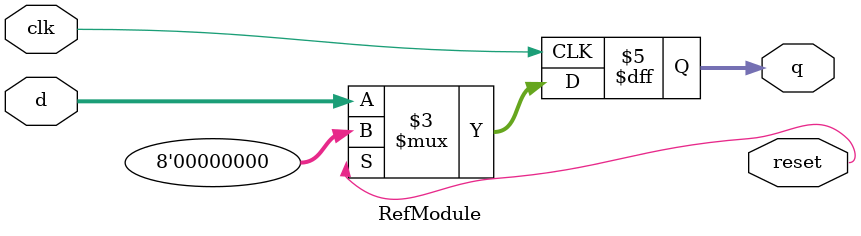
<source format=sv>

module RefModule (
  input clk,
  input [7:0] d,
  output reset,
  output reg [7:0] q
);

  always @(posedge clk)
    if (reset)
      q <= 0;
    else
      q <= d;

endmodule


</source>
